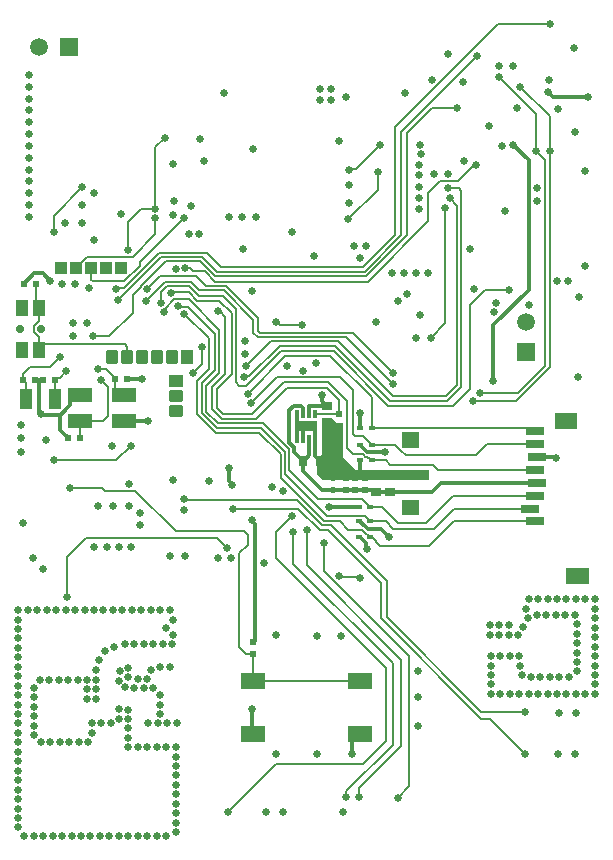
<source format=gbr>
%TF.GenerationSoftware,Altium Limited,Altium Designer,21.2.2 (38)*%
G04 Layer_Physical_Order=4*
G04 Layer_Color=16711680*
%FSLAX45Y45*%
%MOMM*%
%TF.SameCoordinates,EE3A7C27-349B-46B6-A90B-2B7A9072729B*%
%TF.FilePolarity,Positive*%
%TF.FileFunction,Copper,L4,Bot,Signal*%
%TF.Part,Single*%
G01*
G75*
%TA.AperFunction,SMDPad,CuDef*%
%ADD11R,0.90000X0.80000*%
%ADD12R,0.80000X0.90000*%
%ADD15R,0.60000X0.50000*%
%ADD19R,0.50000X0.60000*%
%ADD21R,0.50000X0.30000*%
%ADD49R,0.30000X0.50000*%
%TA.AperFunction,Conductor*%
%ADD66C,0.30000*%
%ADD67C,0.20000*%
%TA.AperFunction,ComponentPad*%
%ADD70C,0.70000*%
G04:AMPARAMS|DCode=71|XSize=1.2mm|YSize=1.1mm|CornerRadius=0.275mm|HoleSize=0mm|Usage=FLASHONLY|Rotation=0.000|XOffset=0mm|YOffset=0mm|HoleType=Round|Shape=RoundedRectangle|*
%AMROUNDEDRECTD71*
21,1,1.20000,0.55000,0,0,0.0*
21,1,0.65000,1.10000,0,0,0.0*
1,1,0.55000,0.32500,-0.27500*
1,1,0.55000,-0.32500,-0.27500*
1,1,0.55000,-0.32500,0.27500*
1,1,0.55000,0.32500,0.27500*
%
%ADD71ROUNDEDRECTD71*%
%ADD72R,1.20000X1.10000*%
G04:AMPARAMS|DCode=73|XSize=1.2mm|YSize=1.1mm|CornerRadius=0.275mm|HoleSize=0mm|Usage=FLASHONLY|Rotation=270.000|XOffset=0mm|YOffset=0mm|HoleType=Round|Shape=RoundedRectangle|*
%AMROUNDEDRECTD73*
21,1,1.20000,0.55000,0,0,270.0*
21,1,0.65000,1.10000,0,0,270.0*
1,1,0.55000,-0.27500,-0.32500*
1,1,0.55000,-0.27500,0.32500*
1,1,0.55000,0.27500,0.32500*
1,1,0.55000,0.27500,-0.32500*
%
%ADD73ROUNDEDRECTD73*%
%ADD74R,1.10000X1.20000*%
%ADD75C,1.50000*%
%ADD76R,1.50000X1.50000*%
G04:AMPARAMS|DCode=77|XSize=1.1mm|YSize=1.1mm|CornerRadius=0.275mm|HoleSize=0mm|Usage=FLASHONLY|Rotation=90.000|XOffset=0mm|YOffset=0mm|HoleType=Round|Shape=RoundedRectangle|*
%AMROUNDEDRECTD77*
21,1,1.10000,0.55000,0,0,90.0*
21,1,0.55000,1.10000,0,0,90.0*
1,1,0.55000,0.27500,0.27500*
1,1,0.55000,0.27500,-0.27500*
1,1,0.55000,-0.27500,-0.27500*
1,1,0.55000,-0.27500,0.27500*
%
%ADD77ROUNDEDRECTD77*%
%ADD78R,1.10000X1.10000*%
%ADD79R,1.50000X1.50000*%
%TA.AperFunction,ViaPad*%
%ADD80C,0.65000*%
%TA.AperFunction,SMDPad,CuDef*%
%ADD81R,1.95000X0.95000*%
%ADD82R,0.30000X0.70000*%
%ADD83R,2.00000X1.20000*%
%TA.AperFunction,ConnectorPad*%
%ADD84R,1.05000X1.40000*%
%TA.AperFunction,SMDPad,CuDef*%
%ADD85R,2.10000X1.40000*%
%ADD86R,1.50000X0.80000*%
%ADD87R,1.00000X1.80000*%
G36*
X4790001Y3500000D02*
X4600001D01*
Y3640000D01*
X4790001D01*
Y3500000D01*
D02*
G37*
G36*
X3450001Y3345000D02*
X3310001D01*
Y3475000D01*
X3450001D01*
Y3345000D01*
D02*
G37*
G36*
X2760000Y3550000D02*
X2810000D01*
Y3270000D01*
X2920000Y3160000D01*
X3540000D01*
Y3070000D01*
X2640000D01*
X2590000Y3120000D01*
Y3255000D01*
X2595000D01*
X2630000Y3290000D01*
Y3600000D01*
X2710000D01*
X2760000Y3550000D01*
D02*
G37*
G36*
X3450001Y2775000D02*
X3310001D01*
Y2905000D01*
X3450001D01*
Y2775000D01*
D02*
G37*
G36*
X4890001Y2190000D02*
X4700001D01*
Y2330000D01*
X4890001D01*
Y2190000D01*
D02*
G37*
D11*
X2670000Y3700000D02*
D03*
Y3560000D02*
D03*
X3090000Y3110000D02*
D03*
Y2970000D02*
D03*
X3210000Y3110000D02*
D03*
Y2970000D02*
D03*
D12*
X2610000Y3230000D02*
D03*
X2470000D02*
D03*
D15*
X2770000Y3530000D02*
D03*
Y3630000D02*
D03*
X2830001Y2990000D02*
D03*
Y3090000D02*
D03*
X2910001Y2990000D02*
D03*
Y3089999D02*
D03*
X2990001Y2990000D02*
D03*
Y3089999D02*
D03*
X2050000Y1600000D02*
D03*
Y1700000D02*
D03*
D19*
X480000Y3430000D02*
D03*
X580000D02*
D03*
X980000Y3930000D02*
D03*
X880000D02*
D03*
X270000Y3920000D02*
D03*
X370000D02*
D03*
X200000D02*
D03*
X100000D02*
D03*
X210000Y4730000D02*
D03*
X110000D02*
D03*
D21*
X3040001Y2590000D02*
D03*
X2940000D02*
D03*
X3040001Y2720000D02*
D03*
X2940000D02*
D03*
X3040001Y2840000D02*
D03*
X2940000D02*
D03*
X3050001Y3240000D02*
D03*
X2950000D02*
D03*
X3050001Y3370000D02*
D03*
X2950000D02*
D03*
X3050001Y3510000D02*
D03*
X2950000D02*
D03*
D49*
X2720001Y2990000D02*
D03*
Y3090000D02*
D03*
D66*
X2035000Y2723029D02*
Y2732500D01*
X2060000Y1710000D02*
Y2698029D01*
X2035000Y2723029D02*
X2060000Y2698029D01*
X2452426Y3700000D02*
X2470000Y3682426D01*
X2390000Y3700000D02*
X2452426D01*
X2350000Y3660000D02*
X2390000Y3700000D01*
X2350000Y3386568D02*
Y3660000D01*
Y3386568D02*
X2390000Y3346568D01*
Y3310000D02*
Y3346568D01*
Y3310000D02*
X2440000Y3260000D01*
X2520000Y3280000D02*
Y3420000D01*
X2500000Y3260000D02*
X2520000Y3280000D01*
X2470000Y3150000D02*
Y3230000D01*
Y3235000D02*
X2495000Y3260000D01*
X2500000D01*
X2470000Y3230000D02*
Y3235000D01*
X2445000Y3260000D02*
X2470000Y3235000D01*
X2440000Y3260000D02*
X2445000D01*
X2610000Y3230000D02*
Y3235000D01*
X2570000Y3275000D02*
X2610000Y3235000D01*
X2470000Y3150000D02*
X2630000Y2990000D01*
X235000Y3644471D02*
Y3920000D01*
X270000D01*
X200000D02*
X235000D01*
X195000Y4820000D02*
X270000D01*
X330000Y4760000D01*
X3011924Y3310000D02*
X3157500D01*
X3160000Y3312500D01*
X110000Y4735000D02*
X195000Y4820000D01*
X2690000Y2840000D02*
X2690000Y2840000D01*
X2940000D01*
X2950000Y3510000D02*
Y3640000D01*
Y3510000D02*
X2950000D01*
X2950000Y3640000D02*
X2950000Y3640000D01*
X2910001Y3089999D02*
X2915001D01*
X2950000Y3124999D02*
Y3240000D01*
X2915001Y3089999D02*
X2950000Y3124999D01*
X2420680Y3492500D02*
X2453180Y3525000D01*
X2420000Y3450000D02*
X2420680Y3450680D01*
X2495000Y3525000D02*
X2536820D01*
X2453180D02*
X2495000D01*
X2420680Y3450680D02*
Y3492500D01*
X2420000Y3420000D02*
Y3450000D01*
X2420680Y3557500D02*
Y3599320D01*
X2570000Y3420000D02*
Y3450000D01*
X2420000Y3600000D02*
Y3630000D01*
X2420680Y3557500D02*
X2453180Y3525000D01*
X2420000Y3600000D02*
X2420680Y3599320D01*
X2470000Y3420000D02*
Y3500000D01*
X2495000Y3525000D01*
X2536820D02*
X2569320Y3492500D01*
Y3450680D02*
Y3492500D01*
Y3450680D02*
X2570000Y3450000D01*
Y3275000D02*
Y3420000D01*
X2040000Y927000D02*
Y1130000D01*
Y927000D02*
X2045000Y922001D01*
X2880000Y867001D02*
X2935000Y922001D01*
X2880000Y750000D02*
Y867001D01*
X2935000Y922001D02*
X2955000D01*
X3131652Y2658348D02*
X3200000Y2590000D01*
X3019226Y2658348D02*
X3131652D01*
X2987574Y2690000D02*
X3019226Y2658348D01*
X2980000Y2690000D02*
X2987574D01*
X2950000Y2720000D02*
X2980000Y2690000D01*
X2940000Y2720000D02*
X2950000D01*
X3003303Y2496697D02*
Y2536697D01*
Y2496697D02*
X3010000Y2490000D01*
X2940000Y2590000D02*
X2950000D01*
X3003303Y2536697D01*
X4605000Y3265000D02*
X4610000Y3260000D01*
X4450001Y3270000D02*
X4455001Y3265000D01*
X4605000D01*
X4250000Y5910000D02*
X4380000Y5780000D01*
X4080000Y4380000D02*
X4380000Y4680000D01*
Y5780000D01*
X470000Y3445000D02*
X480000Y3435000D01*
X465000Y3445000D02*
X470000D01*
X480000Y3430000D02*
Y3435000D01*
X412426Y3497574D02*
X465000Y3445000D01*
X412426Y3497574D02*
Y3620000D01*
X2520000Y3700000D02*
X2665000D01*
X2640000Y3725000D02*
Y3730000D01*
X2632175Y3737825D02*
X2640000Y3730000D01*
X2632175Y3737825D02*
Y3787825D01*
X2665000Y3700000D02*
X2670000D01*
X2640000Y3725000D02*
X2665000Y3700000D01*
X2630000Y3790000D02*
X2632175Y3787825D01*
X2960000Y3360000D02*
Y3370000D01*
X3001924Y3320000D02*
X3011924Y3310000D01*
X3000001Y3320000D02*
X3001924D01*
X2950000Y3370000D02*
X2960000D01*
Y3360000D02*
X3000001Y3320000D01*
X950000Y3570000D02*
X1160000D01*
X1160000Y3570000D01*
X980000Y3930000D02*
X1110000D01*
X1110000Y3930000D01*
X498180Y3745000D02*
X543181Y3790000D01*
X250000Y3620000D02*
X412426D01*
X543181Y3790000D02*
X580000D01*
X498180Y3708181D02*
Y3745000D01*
X450000Y3660000D02*
X498180Y3708181D01*
X450000Y3657574D02*
Y3660000D01*
X412426Y3620000D02*
X450000Y3657574D01*
X235000Y3644471D02*
X250000Y3629471D01*
Y3620000D02*
Y3629471D01*
X110000Y4730000D02*
Y4735000D01*
X2050000Y1700000D02*
X2060000Y1710000D01*
X4590000Y6310000D02*
X4882500D01*
X4540000Y6360000D02*
X4590000Y6310000D01*
X4080000Y3910000D02*
Y4380000D01*
X1840000Y3064216D02*
X1870000Y3034216D01*
Y3030000D02*
Y3034216D01*
X1840000Y3064216D02*
Y3170000D01*
X3559999Y2970000D02*
X3640000Y3050000D01*
X4450001D01*
X3210000Y2970000D02*
X3559999D01*
X3090000D02*
X3210000D01*
X2990001Y2990000D02*
X2996214Y2983786D01*
X3076214D01*
X3090000Y2970000D01*
X2910001Y2990000D02*
X2990001D01*
X2830001Y2990000D02*
X2910001D01*
X2910001Y2990000D01*
X2720001Y2990000D02*
X2830001D01*
X2630000D02*
X2720001D01*
X2470000Y3630000D02*
Y3682426D01*
X2520000Y3630000D02*
Y3700000D01*
D67*
X1745000Y2580000D02*
X1827500Y2497500D01*
X2240000Y2632500D02*
X2375000Y2767500D01*
X2240000Y2410000D02*
Y2632500D01*
X630000Y2580000D02*
X1745000D01*
X1470000Y4867500D02*
X1474748Y4862752D01*
X1513641D02*
X1536393Y4840000D01*
X1474748Y4862752D02*
X1513641D01*
X1536393Y4840000D02*
X1635503D01*
X1152500Y4687500D02*
X1260000Y4795000D01*
X1565001D01*
X1645001Y4715000D01*
X3630000Y5600000D02*
X3777823D01*
X3530000Y5500000D02*
X3630000Y5600000D01*
X3777823D02*
X3917823Y5740000D01*
X3530000Y5260000D02*
Y5500000D01*
X3790000Y5540000D02*
X3810000Y5520000D01*
X3700000Y5540000D02*
X3790000D01*
X3710000Y5460000D02*
X3775000Y5395000D01*
X3810000Y3860000D02*
Y5520000D01*
X3775000Y3875000D02*
Y5395000D01*
X3917823Y5740000D02*
X3930000D01*
X2090000Y4280000D02*
X2830000D01*
X2280000Y4160000D02*
X2730000D01*
X2199341Y4245000D02*
X2765000D01*
X1990000Y3870000D02*
X2280000Y4160000D01*
X2730000D02*
X3190000Y3700000D01*
X2765000Y4245000D02*
X3230000Y3780000D01*
X2050000Y4320000D02*
X2090000Y4280000D01*
X2273634Y4210000D02*
X2740000D01*
X2830000Y4280000D02*
X3230000Y3880000D01*
X1990000Y4035659D02*
X2199341Y4245000D01*
X2740000Y4210000D02*
X3210000Y3740000D01*
X2015585Y3951952D02*
X2273634Y4210000D01*
X1610000Y4050000D02*
Y4200000D01*
X360000Y5170000D02*
Y5310000D01*
X3250000Y3370000D02*
X3285001Y3334999D01*
X2980000Y3440000D02*
X3035001Y3385000D01*
Y3375000D02*
Y3385000D01*
Y3375000D02*
X3040001Y3370000D01*
X3060000D01*
X3050001D02*
X3250000D01*
X2700000Y4120000D02*
X3050001Y3770000D01*
Y3510000D02*
Y3770000D01*
Y3510000D02*
X4410001D01*
X2910000Y3440000D02*
X2980000D01*
X3025001Y2595000D02*
X3035001D01*
X3040001Y2590000D01*
X2854142Y2650000D02*
X2971006D01*
X3040001Y2590000D02*
X3050001D01*
X2996716Y2623284D02*
X3025001Y2595000D01*
X3087500Y2542500D02*
Y2552500D01*
X2971006Y2650000D02*
X2996716Y2624290D01*
X3050001Y2590000D02*
X3087500Y2552500D01*
Y2542500D02*
X3120000Y2510000D01*
X2996716Y2623284D02*
Y2624290D01*
X3120000Y2510000D02*
X3540000D01*
X2710007Y2690000D02*
X3180000Y2220007D01*
X2630000Y2690000D02*
X2710007D01*
X3180000Y1910000D02*
Y2220007D01*
X2610000Y2650000D02*
X2680000D01*
X3130000Y1900000D02*
Y2200000D01*
X2680000Y2650000D02*
X3130000Y2200000D01*
X2248683Y3940000D02*
X2780000D01*
X2330000Y3850000D02*
X2670003D01*
X2070000Y3590000D02*
X2330000Y3850000D01*
X2670003D02*
X2770000Y3750003D01*
X2680000Y3900000D02*
X2840000Y3740000D01*
X2310000Y3900000D02*
X2680000D01*
X2040000Y3630000D02*
X2310000Y3900000D01*
X2780000Y3940000D02*
X2890000Y3830000D01*
X2029341Y3720659D02*
X2248683Y3940000D01*
X3010000Y3270000D02*
X3035001Y3245000D01*
X3045001D01*
X3050001Y3240000D01*
X2983432Y3280000D02*
X2985355D01*
X2890000Y3290000D02*
X2973432D01*
X2983432Y3280000D01*
X2995355Y3270000D02*
X3010000D01*
X2985355Y3280000D02*
X2995355Y3270000D01*
X2840000Y3340000D02*
X2890000Y3290000D01*
X210000Y4555000D02*
Y4730000D01*
Y4555000D02*
X235000Y4530000D01*
X3880000Y3840000D02*
Y4550000D01*
X4010000Y4680000D01*
X4210000D01*
X4130000Y6480000D02*
X4440000Y6170000D01*
Y5860000D02*
Y6170000D01*
X4310000Y6400000D02*
X4560000Y6150000D01*
Y5860000D02*
Y6150000D01*
X4440000Y5860000D02*
X4520000Y5780000D01*
X3299646Y3320000D02*
X3300000D01*
X3285001Y3334645D02*
Y3334999D01*
X3340000Y3280000D02*
X3930000D01*
X3300000Y3320000D02*
X3340000Y3280000D01*
X3285001Y3334645D02*
X3299646Y3320000D01*
X3540000Y2510000D02*
X3750000Y2720000D01*
X2779143Y2725000D02*
X2854142Y2650000D01*
X2670000Y2770000D02*
X2990000D01*
X3025001Y2735000D01*
X2315000Y3125000D02*
X2670000Y2770000D01*
X3040001Y2720000D02*
X3170000D01*
X3030001D02*
X3040001D01*
X2600000Y2910000D02*
X2970000D01*
X3025001Y2855000D01*
X2350000Y3160000D02*
X2600000Y2910000D01*
X2320000Y4120000D02*
X2700000D01*
X2000000Y3800000D02*
X2320000Y4120000D01*
X2090000Y4331716D02*
Y4440000D01*
X2890000Y4320000D02*
X3230000Y3980000D01*
X2101716Y4320000D02*
X2890000D01*
X2090000Y4331716D02*
X2101716Y4320000D01*
X2244216Y4410000D02*
X2274216Y4380000D01*
X2240000Y4410000D02*
X2244216D01*
X2274216Y4380000D02*
X2460000D01*
X2840000Y3340000D02*
Y3740000D01*
X2770000Y3630000D02*
Y3750003D01*
X2500000Y2350000D02*
Y2650000D01*
Y2350000D02*
X3300000Y1550000D01*
Y820000D02*
Y1550000D01*
X2386250Y2363750D02*
X3230000Y1520000D01*
Y830000D02*
Y1520000D01*
X2386250Y2363750D02*
Y2633750D01*
X3170000Y860000D02*
Y1480000D01*
X2240000Y2410000D02*
X3170000Y1480000D01*
X2045000Y1368001D02*
X2955000D01*
X2045000D02*
Y1595000D01*
X1990000Y1600000D02*
X2050000D01*
X1930000Y1660000D02*
X1990000Y1600000D01*
X1930000Y1660000D02*
Y2450000D01*
X2045000Y1595000D02*
X2050000Y1600000D01*
X2775659Y2255659D02*
X2783488Y2247829D01*
X2942171D01*
X2650000Y2300000D02*
X3370000Y1580000D01*
X2942171Y2247829D02*
X2950000Y2240000D01*
X2650000Y2300000D02*
Y2540000D01*
X3370000Y480000D02*
Y1580000D01*
X3980000Y1050000D02*
X4050000D01*
X3130000Y1900000D02*
X3980000Y1050000D01*
Y1110000D02*
X4350000D01*
X3180000Y1910000D02*
X3980000Y1110000D01*
X771089Y3000000D02*
X791089Y2980000D01*
X500000Y3000000D02*
X771089D01*
X1050000Y2980000D02*
X1392500Y2637500D01*
X791089Y2980000D02*
X1050000D01*
X1392500Y2637500D02*
X1970784D01*
X360000Y3240000D02*
X890000D01*
X470000Y2420000D02*
X630000Y2580000D01*
X470000Y2080000D02*
Y2420000D01*
X2000000Y2520000D02*
Y2608284D01*
X1970784Y2637500D02*
X2000000Y2608284D01*
X1930000Y2450000D02*
X2000000Y2520000D01*
X2980000Y670000D02*
X3170000Y860000D01*
X2240000Y670000D02*
X2980000D01*
X2834194Y394194D02*
Y434194D01*
X2830000Y390000D02*
X2834194Y394194D01*
Y434194D02*
X3230000Y830000D01*
X2940000Y460000D02*
X3300000Y820000D01*
X2940000Y390000D02*
Y460000D01*
X3270000Y380000D02*
X3370000Y480000D01*
X1830000Y260000D02*
X2240000Y670000D01*
X3550000Y4275000D02*
X3675000Y4400000D01*
Y5375000D01*
X3250000Y5143995D02*
Y6062500D01*
X4120000Y6932500D01*
X2981005Y4875000D02*
X3250000Y5143995D01*
X2990503Y4835000D02*
X3300000Y5144497D01*
Y6020000D01*
X3940000Y6660000D01*
X3350000Y5145000D02*
Y6010000D01*
X3557500Y6217500D01*
X3005000Y4800000D02*
X3350000Y5145000D01*
X1775000Y4875000D02*
X2981005D01*
X1655000Y4995000D02*
X1775000Y4875000D01*
X1249497Y4995000D02*
X1655000D01*
X1267500Y4960000D02*
X1615000D01*
X1740000Y4835000D01*
X2990503D01*
X1308683Y4925000D02*
X1600000D01*
X1635503Y4840000D02*
X1725503Y4750000D01*
X1600000Y4925000D02*
X1725000Y4800000D01*
X1725503Y4750000D02*
X3020000D01*
X1725000Y4800000D02*
X3005000D01*
X1095000Y4711317D02*
X1308683Y4925000D01*
X902500Y4595000D02*
X1267500Y4960000D01*
X950000Y4695503D02*
X1249497Y4995000D01*
X1142500Y4590000D02*
X1300000Y4747500D01*
X1589497Y4680000D02*
X1800000D01*
X1645001Y4715000D02*
X1815000D01*
X1300000Y4747500D02*
X1521997D01*
X1815000Y4715000D02*
X2090000Y4440000D01*
X3020000Y4750000D02*
X3530000Y5260000D01*
X1800000Y4680000D02*
X2050000Y4430000D01*
X1521997Y4747500D02*
X1589497Y4680000D01*
X895503Y4695503D02*
X950000D01*
X887500Y4687500D02*
X895503Y4695503D01*
X1090000Y4885000D02*
Y4920000D01*
X957500Y4752500D02*
X1090000Y4885000D01*
X688716Y4752500D02*
X957500D01*
X677000Y4764216D02*
X688716Y4752500D01*
X677000Y4764216D02*
Y4865000D01*
X3557500Y6217500D02*
X3772500D01*
X4120000Y6932500D02*
X4557500D01*
X1095000Y4705000D02*
Y4711317D01*
X1027500Y4637500D02*
X1095000Y4705000D01*
X1027500Y4485000D02*
Y4637500D01*
X830000Y4287500D02*
X1027500Y4485000D01*
X690000Y4287500D02*
X830000D01*
X330000Y4030000D02*
X410000Y4110000D01*
X1412932Y4538158D02*
X1491842D01*
X1459341Y4480658D02*
X1670000Y4270000D01*
X1321183Y4712500D02*
X1507500D01*
X1269341Y4660658D02*
X1321183Y4712500D01*
X1269341Y4570658D02*
Y4660658D01*
X1292500Y4490000D02*
X1301110Y4498610D01*
X1380000Y4600000D02*
X1500000D01*
X1301110Y4521110D02*
X1380000Y4600000D01*
X1301110Y4498610D02*
Y4521110D01*
X1408591Y4542500D02*
X1412932Y4538158D01*
X1355000Y4660000D02*
X1500000D01*
X1350000Y4655000D02*
X1355000Y4660000D01*
X1670000Y4010000D02*
Y4270000D01*
X1570000Y3910000D02*
X1670000Y4010000D01*
X642754Y4960000D02*
X1030000D01*
X550000Y4865000D02*
Y4867246D01*
X642754Y4960000D01*
X4520000Y4040000D02*
Y5780000D01*
X4290000Y3810000D02*
X4520000Y4040000D01*
X3970000Y3810000D02*
X4290000D01*
X3210000Y3740000D02*
X3690000D01*
X3190000Y3700000D02*
X3740000D01*
X3230000Y3780000D02*
X3680000D01*
X2050000Y4320000D02*
Y4430000D01*
X1590000Y4630000D02*
X1790000D01*
X1507500Y4712500D02*
X1590000Y4630000D01*
X1500000Y4660000D02*
X1570000Y4590000D01*
X1760000D01*
X1500000Y4600000D02*
X1760000Y4340000D01*
Y3980000D02*
Y4340000D01*
X4560000Y4030000D02*
Y5860000D01*
X3910000Y3740000D02*
X4270000D01*
X4560000Y4030000D01*
X3690000Y3740000D02*
X3810000Y3860000D01*
X3740000Y3700000D02*
X3880000Y3840000D01*
X3680000Y3780000D02*
X3775000Y3875000D01*
X1090000Y4920000D02*
X1460000Y5290000D01*
X1990000Y4035659D02*
Y4035659D01*
X2007449Y3949269D02*
X2010132Y3951952D01*
X1969342Y3940659D02*
X1977952Y3949269D01*
X2010132Y3951952D02*
X2015585D01*
X1977952Y3949269D02*
X2007449D01*
X1930000Y3870000D02*
X1990000D01*
X1900000Y3900000D02*
X1930000Y3870000D01*
X1900000Y3900000D02*
Y4520000D01*
X1740000Y3840000D02*
X1865000Y3965000D01*
X1760000Y4590000D02*
X1865000Y4485000D01*
Y3965000D02*
Y4485000D01*
X1790000Y4630000D02*
X1900000Y4520000D01*
X1491842Y4538158D02*
X1720000Y4310000D01*
Y4000000D02*
Y4310000D01*
X1752500Y4500000D02*
X1763473D01*
X1810000Y4453473D01*
X1610000Y3890000D02*
X1720000Y4000000D01*
X1650000Y3870000D02*
X1760000Y3980000D01*
X1810000Y3970000D02*
Y4453473D01*
X1700000Y3860000D02*
X1810000Y3970000D01*
X2890000Y3460000D02*
Y3830000D01*
Y3460000D02*
X2910000Y3440000D01*
X780000Y3570000D02*
X820000Y3610000D01*
X580000Y3570000D02*
X780000D01*
X820000Y3610000D02*
Y3860000D01*
X760000Y3920000D02*
X820000Y3860000D01*
X580000Y3570000D02*
X580000Y3570000D01*
X580000D02*
X580000Y3570000D01*
X730000Y4010000D02*
X800000D01*
X860000Y3950000D02*
X865000D01*
X880000Y3930000D02*
Y3935000D01*
X865000Y3950000D02*
X880000Y3935000D01*
X800000Y4010000D02*
X860000Y3950000D01*
X408713Y3938713D02*
X460000Y3990000D01*
X370000Y3920000D02*
Y3923713D01*
X385000Y3938713D01*
X408713D01*
X100000Y3920000D02*
Y3970000D01*
Y3915000D02*
Y3920000D01*
Y3970000D02*
X160000Y4030000D01*
X330000D01*
X930000Y3790000D02*
X950000D01*
X880000Y3840000D02*
X930000Y3790000D01*
X880000Y3840000D02*
Y3930000D01*
X580000Y3430000D02*
Y3570000D01*
X370000Y3760000D02*
Y3920000D01*
X120000Y3760000D02*
Y3895000D01*
X100000Y3915000D02*
X120000Y3895000D01*
X1030000Y4960000D02*
X1220000Y5150000D01*
Y5370000D02*
Y5890000D01*
X1300000Y5970000D01*
X983817Y5253817D02*
X1100000Y5370000D01*
X1220000D01*
X983817Y5017500D02*
Y5253817D01*
X1220000Y5150000D02*
Y5290000D01*
X360000Y5310000D02*
X600000Y5550000D01*
X235000Y4177500D02*
Y4281233D01*
Y4170000D02*
Y4177500D01*
X191500Y4324733D02*
Y4375267D01*
X235000Y4418767D01*
Y4530000D01*
X191500Y4324733D02*
X235000Y4281233D01*
Y4177500D02*
X277500Y4220000D01*
X960000D01*
X983000Y4197000D01*
Y4110000D02*
Y4197000D01*
X4050000Y1050000D02*
X4350000Y750000D01*
X2430000Y2830000D02*
X2610000Y2650000D01*
X1880000Y2830000D02*
X2430000D01*
X1468610Y2901390D02*
X1492826D01*
X1494216Y2900000D01*
X1460000Y2910000D02*
X1468610Y2901390D01*
X1494216Y2900000D02*
X2420000D01*
X2630000Y2690000D01*
X2280000Y3090000D02*
X2645000Y2725000D01*
X2779143D01*
X890000Y3240000D02*
X1010000Y3360000D01*
X3750000Y2720000D02*
X4430001D01*
X3750000Y2830000D02*
X4390001D01*
X3580000Y2660000D02*
X3750000Y2830000D01*
X3230000Y2660000D02*
X3580000D01*
X3170000Y2720000D02*
X3230000Y2660000D01*
X3740000Y2940000D02*
X4430001D01*
X3510000Y2710000D02*
X3740000Y2940000D01*
X3270000Y2710000D02*
X3510000D01*
X3140000Y2840000D02*
X3270000Y2710000D01*
X3040001Y2840000D02*
X3140000D01*
X4410001Y3510000D02*
X4430001Y3490000D01*
X4030000Y3380000D02*
X4430001D01*
X3930000Y3280000D02*
X4030000Y3380000D01*
X3050001Y3240000D02*
X3170000D01*
X3210000Y3200000D01*
X3570000D02*
X3610000Y3160000D01*
X4430001D01*
X3210000Y3200000D02*
X3570000D01*
X2130000Y3550000D02*
X2350000Y3330000D01*
Y3160000D02*
Y3330000D01*
X1750000Y3550000D02*
X2130000D01*
X1780000Y3590000D02*
X2070000D01*
X1790000Y3630000D02*
X2040000D01*
X1740000Y3680000D02*
X1790000Y3630000D01*
X1740000Y3680000D02*
Y3840000D01*
X2770000Y3630000D02*
X2770000Y3630000D01*
X2570000Y3630000D02*
X2770000D01*
X1700000Y3670000D02*
X1780000Y3590000D01*
X1700000Y3670000D02*
Y3860000D01*
X1650000Y3650000D02*
Y3870000D01*
X3025001Y2845000D02*
Y2855000D01*
X3030001Y2840000D02*
X3040001D01*
X3025001Y2845000D02*
X3030001Y2840000D01*
X2100000Y3470000D02*
X2280000Y3290000D01*
X2315000Y3125000D02*
Y3305000D01*
X2110000Y3510000D02*
X2315000Y3305000D01*
X2280000Y3090000D02*
Y3290000D01*
X1730000Y3470000D02*
X2100000D01*
X1739497Y3510000D02*
X2110000D01*
X1650000Y3650000D02*
X1750000Y3550000D01*
X1570000Y3630000D02*
X1730000Y3470000D01*
X1610000Y3639497D02*
X1739497Y3510000D01*
X3025001Y2725000D02*
X3030001Y2720000D01*
X3025001Y2725000D02*
Y2735000D01*
X1610000Y3639497D02*
Y3890000D01*
X1570000Y3630000D02*
Y3910000D01*
X1540000Y3980000D02*
X1610000Y4050000D01*
X2863765Y5706265D02*
X2916265D01*
X2856020Y5698520D02*
X2863765Y5706265D01*
X2916265D02*
X3120000Y5910000D01*
X3100000Y5530000D02*
Y5680000D01*
X2850000Y5280000D02*
X3100000Y5530000D01*
D70*
X252500Y4350000D02*
D03*
X72500D02*
D03*
D71*
X1390000Y3780000D02*
D03*
Y3653000D02*
D03*
D72*
Y3907000D02*
D03*
D73*
X1364000Y4110000D02*
D03*
X1110000D02*
D03*
X1237000D02*
D03*
X856000D02*
D03*
X983000D02*
D03*
D74*
X1491000D02*
D03*
D75*
X4360000Y4410000D02*
D03*
X236000Y6740000D02*
D03*
D76*
X4360000Y4156000D02*
D03*
D77*
X931000Y4865000D02*
D03*
X804000D02*
D03*
X677000D02*
D03*
X550000D02*
D03*
D78*
X423000D02*
D03*
D79*
X490000Y6740000D02*
D03*
D80*
X3830000Y5770000D02*
D03*
X1827500Y2497500D02*
D03*
X2035000Y2732500D02*
D03*
X1860000Y2410000D02*
D03*
X1750000D02*
D03*
X2375000Y2767500D02*
D03*
X1470000Y4867500D02*
D03*
X1590000Y5150000D02*
D03*
X1500000D02*
D03*
X3700000Y5660000D02*
D03*
X3580000D02*
D03*
X3700000Y5540000D02*
D03*
X3710000Y5460000D02*
D03*
X3930000Y5740000D02*
D03*
X2580000Y4060000D02*
D03*
X2140000Y2370000D02*
D03*
X1610000Y4200000D02*
D03*
X360000Y5170000D02*
D03*
X250000Y3630000D02*
D03*
X2810000Y260000D02*
D03*
X2300000D02*
D03*
X2160000D02*
D03*
X330000Y4760000D02*
D03*
X4180304Y5351369D02*
D03*
X3160000Y3312500D02*
D03*
X2950000Y3640000D02*
D03*
X3230000Y3980000D02*
D03*
Y3880000D02*
D03*
X2300000Y2980000D02*
D03*
X1460000Y2820000D02*
D03*
X1370000Y3070000D02*
D03*
X2050000Y5870000D02*
D03*
X930000Y5320001D02*
D03*
X3010000Y2490000D02*
D03*
X3090000Y4410000D02*
D03*
X3920000Y4690000D02*
D03*
X4450000Y5540000D02*
D03*
Y5430000D02*
D03*
X4150000Y5900000D02*
D03*
X4040000Y6070000D02*
D03*
X4630000Y6210000D02*
D03*
X2630000Y3790000D02*
D03*
X2470000Y3997500D02*
D03*
X850000Y3360000D02*
D03*
X1160000Y3570000D02*
D03*
X1110000Y3930000D02*
D03*
X450000Y5250000D02*
D03*
X700000Y5100000D02*
D03*
X600000Y5250000D02*
D03*
Y5400000D02*
D03*
X700000Y5500000D02*
D03*
X150000Y6500000D02*
D03*
Y6400000D02*
D03*
Y6300000D02*
D03*
Y6200000D02*
D03*
Y6100000D02*
D03*
Y6000000D02*
D03*
Y5900000D02*
D03*
Y5800000D02*
D03*
Y5700000D02*
D03*
Y5600000D02*
D03*
Y5500000D02*
D03*
Y5400000D02*
D03*
Y5300000D02*
D03*
X90000Y4170000D02*
D03*
Y4530000D02*
D03*
X4640000Y1100000D02*
D03*
X4780000D02*
D03*
X4770000Y750000D02*
D03*
X4630000D02*
D03*
X2790000Y1750000D02*
D03*
X2590000D02*
D03*
X2240000Y1760000D02*
D03*
X2040000Y1130000D02*
D03*
X2240000Y750000D02*
D03*
X2590000D02*
D03*
X2880000D02*
D03*
X3440000Y990000D02*
D03*
Y1230000D02*
D03*
Y1450000D02*
D03*
X2380000Y5170000D02*
D03*
X2560000Y4970000D02*
D03*
X1960000Y5030000D02*
D03*
X2040000Y4670000D02*
D03*
X1390000Y4860000D02*
D03*
X1370000Y5750000D02*
D03*
X1630000Y5770000D02*
D03*
X1600000Y5960000D02*
D03*
X3450000Y5370000D02*
D03*
Y5460000D02*
D03*
Y5550000D02*
D03*
Y5650000D02*
D03*
Y5740000D02*
D03*
X3470000Y5830000D02*
D03*
X3460000Y5910000D02*
D03*
X1800000Y6350000D02*
D03*
X3330000D02*
D03*
X3820000Y6440000D02*
D03*
X3560000Y6460000D02*
D03*
X3700000Y6680000D02*
D03*
X4130000Y6580000D02*
D03*
X4250000D02*
D03*
X4280000Y6220000D02*
D03*
X4310000Y6400000D02*
D03*
X4130000Y6480000D02*
D03*
X4550000Y6460000D02*
D03*
X4760000Y6730000D02*
D03*
X4770000Y6020000D02*
D03*
X4860000Y5690000D02*
D03*
Y4880000D02*
D03*
X4800000Y3940000D02*
D03*
X4810000Y4620000D02*
D03*
X4620000Y4760000D02*
D03*
X4710000D02*
D03*
X4380000Y4550000D02*
D03*
X4090000Y4490000D02*
D03*
X4100000Y4570000D02*
D03*
X3460000Y4470000D02*
D03*
X3270000Y4590000D02*
D03*
X3350000Y4650000D02*
D03*
X4610000Y3260000D02*
D03*
X3480000Y3110000D02*
D03*
X3350000D02*
D03*
X3200000Y2590000D02*
D03*
X2690000Y2840000D02*
D03*
X2740000Y3260000D02*
D03*
X2760000Y3380000D02*
D03*
X2670000Y3450000D02*
D03*
X2330000Y4040000D02*
D03*
X2240000Y4410000D02*
D03*
X2460000Y4380000D02*
D03*
X1980000Y4140000D02*
D03*
X660000Y4700000D02*
D03*
X540000Y4730000D02*
D03*
X430000D02*
D03*
X520000Y4290000D02*
D03*
Y4400000D02*
D03*
X640000D02*
D03*
X80000Y3540000D02*
D03*
Y3430000D02*
D03*
Y3310000D02*
D03*
X100000Y2710000D02*
D03*
X180000Y2410000D02*
D03*
X270000Y2320000D02*
D03*
X2950000Y2240000D02*
D03*
X3270000Y380000D02*
D03*
X2940000Y390000D02*
D03*
X2830000D02*
D03*
X2775659Y2255659D02*
D03*
X4380000Y2060000D02*
D03*
X4360000Y1980000D02*
D03*
X4210000Y1840000D02*
D03*
X4130000D02*
D03*
X4050000D02*
D03*
X4860000Y2060000D02*
D03*
X4780000D02*
D03*
X4700000D02*
D03*
X4620000D02*
D03*
X4540000D02*
D03*
X4460000D02*
D03*
X4940000Y1820000D02*
D03*
Y1900000D02*
D03*
Y1980000D02*
D03*
Y2060000D02*
D03*
Y1340000D02*
D03*
Y1420000D02*
D03*
Y1500000D02*
D03*
Y1580000D02*
D03*
Y1660000D02*
D03*
Y1740000D02*
D03*
X4620000Y1260000D02*
D03*
X4700000D02*
D03*
X4780000D02*
D03*
X4860000D02*
D03*
X4940000D02*
D03*
X4140000D02*
D03*
X4220000D02*
D03*
X4300000D02*
D03*
X4380000D02*
D03*
X4460000D02*
D03*
X4540000D02*
D03*
X4060000Y1500000D02*
D03*
Y1420000D02*
D03*
Y1340000D02*
D03*
Y1260000D02*
D03*
Y1580000D02*
D03*
X4140000D02*
D03*
X4220000D02*
D03*
X4300000D02*
D03*
X4310000Y1500000D02*
D03*
X4320000Y1420000D02*
D03*
X4400000Y1400000D02*
D03*
X4480000D02*
D03*
X4560000D02*
D03*
X4640000D02*
D03*
X4720000D02*
D03*
X4790000Y1450000D02*
D03*
Y1530000D02*
D03*
Y1610000D02*
D03*
Y1690000D02*
D03*
Y1770000D02*
D03*
Y1850000D02*
D03*
X4770000Y1930000D02*
D03*
X4690000D02*
D03*
X4610000D02*
D03*
X4530000D02*
D03*
X4450000D02*
D03*
X4370000Y1900000D02*
D03*
X4330000Y1830000D02*
D03*
X4290000Y1760000D02*
D03*
X4210000D02*
D03*
X4130000D02*
D03*
X4050000D02*
D03*
X1370000D02*
D03*
X1310000Y1820000D02*
D03*
X1370000Y1890000D02*
D03*
X1340000Y1970000D02*
D03*
X1260000D02*
D03*
X1180000D02*
D03*
X1100000D02*
D03*
X1020000D02*
D03*
X940000D02*
D03*
X860000D02*
D03*
X780000D02*
D03*
X700000D02*
D03*
X620000D02*
D03*
X540000D02*
D03*
X460000D02*
D03*
X380000D02*
D03*
X300000D02*
D03*
X220000D02*
D03*
X140000D02*
D03*
X60000Y1970000D02*
D03*
Y1890000D02*
D03*
Y1810000D02*
D03*
Y1730000D02*
D03*
Y1650000D02*
D03*
Y1570000D02*
D03*
Y1490000D02*
D03*
Y1410000D02*
D03*
Y1330000D02*
D03*
Y1250000D02*
D03*
Y1170000D02*
D03*
Y1090000D02*
D03*
Y1010000D02*
D03*
Y930000D02*
D03*
Y850000D02*
D03*
Y770000D02*
D03*
Y690000D02*
D03*
Y610000D02*
D03*
Y530000D02*
D03*
Y450000D02*
D03*
Y370000D02*
D03*
Y290000D02*
D03*
Y210000D02*
D03*
Y130000D02*
D03*
X110000Y60000D02*
D03*
X190000D02*
D03*
X270000D02*
D03*
X350000D02*
D03*
X430000D02*
D03*
X510000D02*
D03*
X590000D02*
D03*
X670000D02*
D03*
X750000D02*
D03*
X830000D02*
D03*
X910000D02*
D03*
X990000D02*
D03*
X1070000D02*
D03*
X1150000D02*
D03*
X1230000D02*
D03*
X1310000D02*
D03*
X1390000Y90000D02*
D03*
Y170000D02*
D03*
Y250000D02*
D03*
Y330000D02*
D03*
Y410000D02*
D03*
Y490000D02*
D03*
Y570000D02*
D03*
Y650000D02*
D03*
Y730000D02*
D03*
X1340000Y1490000D02*
D03*
X1260000D02*
D03*
X1180000Y1460000D02*
D03*
X1150000Y1390000D02*
D03*
X1070000D02*
D03*
X990000Y1400000D02*
D03*
Y1480000D02*
D03*
X920000Y1450000D02*
D03*
X910000Y1370000D02*
D03*
X960000Y1320000D02*
D03*
X1040000Y1310000D02*
D03*
X1120000D02*
D03*
X1200000D02*
D03*
X1260000Y1250000D02*
D03*
Y1170000D02*
D03*
Y1090000D02*
D03*
X1160000Y1010000D02*
D03*
X1240000D02*
D03*
X1320000D02*
D03*
X1400000D02*
D03*
X1390000Y810000D02*
D03*
X1310000D02*
D03*
X1230000D02*
D03*
X1150000D02*
D03*
X1070000D02*
D03*
X990000D02*
D03*
Y890000D02*
D03*
Y970000D02*
D03*
Y1050000D02*
D03*
Y1120000D02*
D03*
X910000Y1130000D02*
D03*
Y1050000D02*
D03*
X840000Y1010000D02*
D03*
X760000D02*
D03*
X680000D02*
D03*
Y930000D02*
D03*
X650000Y850000D02*
D03*
X570000D02*
D03*
X490000D02*
D03*
X410000D02*
D03*
X330000D02*
D03*
X250000D02*
D03*
X190000Y910000D02*
D03*
Y990000D02*
D03*
Y1070000D02*
D03*
Y1150000D02*
D03*
Y1230000D02*
D03*
Y1310000D02*
D03*
X240000Y1380000D02*
D03*
X320000D02*
D03*
X400000D02*
D03*
X480000D02*
D03*
X560000D02*
D03*
X640000D02*
D03*
Y1300000D02*
D03*
Y1220000D02*
D03*
X720000D02*
D03*
Y1300000D02*
D03*
Y1380000D02*
D03*
Y1460000D02*
D03*
X740000Y1550000D02*
D03*
X790000Y1620000D02*
D03*
X870000Y1660000D02*
D03*
X960000Y1680000D02*
D03*
X1040000D02*
D03*
X1120000D02*
D03*
X1200000D02*
D03*
X1280000D02*
D03*
X1360000D02*
D03*
X1470000Y2430000D02*
D03*
X1340000D02*
D03*
X3880000Y5030000D02*
D03*
X2860000Y5570000D02*
D03*
Y5420000D02*
D03*
X4882500Y6310000D02*
D03*
X4540000Y6360000D02*
D03*
X2210000Y3010000D02*
D03*
X1670000Y3060000D02*
D03*
X1000000Y3037500D02*
D03*
X1980000Y4250000D02*
D03*
X360000Y3240000D02*
D03*
X500000Y3000000D02*
D03*
X290000Y3410000D02*
D03*
X1090000Y2790000D02*
D03*
X860000Y2852500D02*
D03*
X730000D02*
D03*
X1000000D02*
D03*
X1090000Y2690000D02*
D03*
X1010000Y2500000D02*
D03*
X910000D02*
D03*
X810000D02*
D03*
X700000D02*
D03*
X4250000Y5910000D02*
D03*
X4440000Y5860000D02*
D03*
X4080000Y3910000D02*
D03*
X2770000Y5940000D02*
D03*
X2830000Y6310000D02*
D03*
X2710000Y6290000D02*
D03*
Y6380000D02*
D03*
X2610000D02*
D03*
Y6290000D02*
D03*
X2070000Y5300000D02*
D03*
X1950000D02*
D03*
X1840000D02*
D03*
X3675000Y5375000D02*
D03*
X3550000Y4275000D02*
D03*
X3425000D02*
D03*
X3525000Y4825000D02*
D03*
X3425000D02*
D03*
X3325000D02*
D03*
X3225000D02*
D03*
X2950000Y4950000D02*
D03*
X3000000Y5050000D02*
D03*
X2900000D02*
D03*
X1520000Y5395000D02*
D03*
X1375000Y5430000D02*
D03*
X1370000Y5317500D02*
D03*
X902500Y4595000D02*
D03*
X887500Y4687500D02*
D03*
X3772500Y6217500D02*
D03*
X1142500Y4590000D02*
D03*
X690000Y4287500D02*
D03*
X410000Y4110000D02*
D03*
X4557500Y6932500D02*
D03*
X1408591Y4542500D02*
D03*
X1350000Y4655000D02*
D03*
X1459341Y4480658D02*
D03*
X1152500Y4687500D02*
D03*
X1269341Y4570658D02*
D03*
X1292500Y4490000D02*
D03*
X3940000Y6660000D02*
D03*
X3970000Y3810000D02*
D03*
X4560000Y5860000D02*
D03*
X3910000Y3740000D02*
D03*
X4210000Y4680000D02*
D03*
X1990000Y4035659D02*
D03*
X1969342Y3940659D02*
D03*
X1752500Y4500000D02*
D03*
X730000Y4010000D02*
D03*
X460000Y3990000D02*
D03*
X1540000Y3980000D02*
D03*
X760000Y3920000D02*
D03*
X1010000Y3360000D02*
D03*
X1880000Y2830000D02*
D03*
X1460000Y2910000D02*
D03*
X2029341Y3720659D02*
D03*
X2000000Y3800000D02*
D03*
X1460000Y5290000D02*
D03*
X1870000Y3030000D02*
D03*
X1840000Y3170000D02*
D03*
X1300000Y5970000D02*
D03*
X1220000Y5370000D02*
D03*
Y5290000D02*
D03*
X983817Y5017500D02*
D03*
X600000Y5550000D02*
D03*
X1830000Y260000D02*
D03*
X4350000Y750000D02*
D03*
X2500000Y2650000D02*
D03*
X2386250Y2633750D02*
D03*
X4350000Y1110000D02*
D03*
X2650000Y2540000D02*
D03*
X470000Y2080000D02*
D03*
X2856020Y5698520D02*
D03*
X3120000Y5910000D02*
D03*
X2850000Y5280000D02*
D03*
X3100000Y5680000D02*
D03*
D81*
X2495000Y3525000D02*
D03*
D82*
X2520000Y3420000D02*
D03*
X2470000D02*
D03*
X2570000D02*
D03*
X2470000Y3630000D02*
D03*
X2520000D02*
D03*
X2570000D02*
D03*
X2420000Y3420000D02*
D03*
Y3630000D02*
D03*
D83*
X580000Y3790000D02*
D03*
X950000D02*
D03*
Y3570000D02*
D03*
X580000D02*
D03*
D84*
X235000Y4170000D02*
D03*
Y4530000D02*
D03*
X90000Y4170000D02*
D03*
Y4530000D02*
D03*
D85*
X2045000Y1368001D02*
D03*
Y922001D02*
D03*
X2955000Y1368001D02*
D03*
Y922001D02*
D03*
D86*
X4430001Y2720000D02*
D03*
X4390001Y2830000D02*
D03*
X4430001Y2940000D02*
D03*
X4450001Y3050000D02*
D03*
X4430001Y3160000D02*
D03*
X4450001Y3270000D02*
D03*
X4430001Y3380000D02*
D03*
Y3490000D02*
D03*
D87*
X120000Y3760000D02*
D03*
X370000D02*
D03*
%TF.MD5,f70a2577f0d66e1b0ea0da77e5558fe8*%
M02*

</source>
